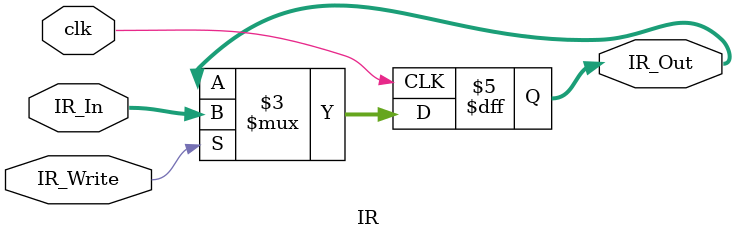
<source format=v>
module IR(
    input [31:0] IR_In,
    input IR_Write,
    input clk,
    output reg [31:0] IR_Out
);
initial
begin
    IR_Out = 0;
end

always @(posedge clk) begin
    if (IR_Write)
    begin
        IR_Out <= IR_In;
    end
end
endmodule
</source>
